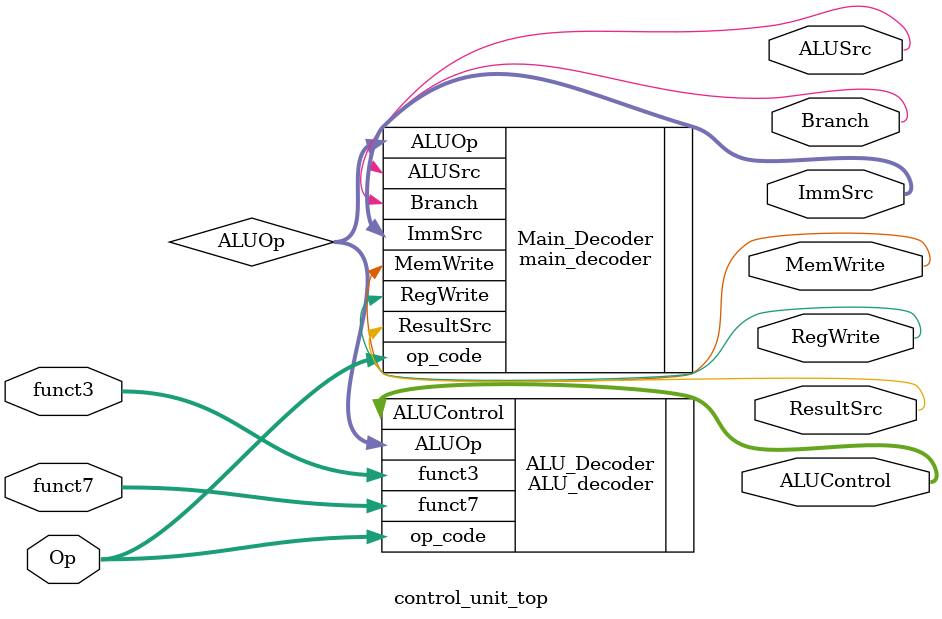
<source format=v>
`timescale 1ns / 1ps


module control_unit_top(Op,RegWrite,ImmSrc,ALUSrc,MemWrite,ResultSrc,Branch,funct3,funct7,ALUControl);

    input [6:0]Op,funct7;
    input [2:0]funct3;
    output RegWrite,ALUSrc,MemWrite,ResultSrc,Branch;
    output [1:0]ImmSrc;
    output [2:0]ALUControl;

    wire [1:0]ALUOp;

    main_decoder Main_Decoder(
                .op_code(Op),
                .RegWrite(RegWrite),
                .ImmSrc(ImmSrc),
                .MemWrite(MemWrite),
                .ResultSrc(ResultSrc),
                .Branch(Branch),
                .ALUSrc(ALUSrc),
                .ALUOp(ALUOp)
    );

    ALU_decoder ALU_Decoder(
                            .ALUOp(ALUOp),
                            .funct3(funct3),
                            .funct7(funct7),
                            .op_code(Op),
                            .ALUControl(ALUControl)
    );


endmodule

</source>
